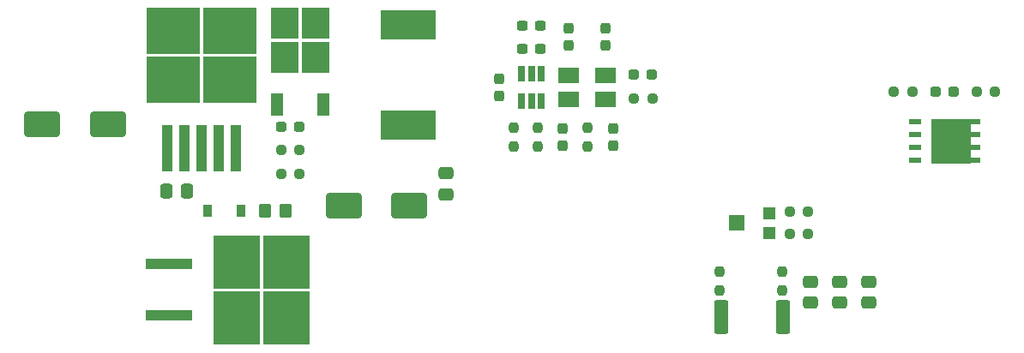
<source format=gbp>
G04 #@! TF.GenerationSoftware,KiCad,Pcbnew,(6.0.11)*
G04 #@! TF.CreationDate,2023-03-11T13:58:41+01:00*
G04 #@! TF.ProjectId,HeaterPSU_Digital,48656174-6572-4505-9355-5f4469676974,rev?*
G04 #@! TF.SameCoordinates,Original*
G04 #@! TF.FileFunction,Paste,Bot*
G04 #@! TF.FilePolarity,Positive*
%FSLAX46Y46*%
G04 Gerber Fmt 4.6, Leading zero omitted, Abs format (unit mm)*
G04 Created by KiCad (PCBNEW (6.0.11)) date 2023-03-11 13:58:41*
%MOMM*%
%LPD*%
G01*
G04 APERTURE LIST*
G04 Aperture macros list*
%AMRoundRect*
0 Rectangle with rounded corners*
0 $1 Rounding radius*
0 $2 $3 $4 $5 $6 $7 $8 $9 X,Y pos of 4 corners*
0 Add a 4 corners polygon primitive as box body*
4,1,4,$2,$3,$4,$5,$6,$7,$8,$9,$2,$3,0*
0 Add four circle primitives for the rounded corners*
1,1,$1+$1,$2,$3*
1,1,$1+$1,$4,$5*
1,1,$1+$1,$6,$7*
1,1,$1+$1,$8,$9*
0 Add four rect primitives between the rounded corners*
20,1,$1+$1,$2,$3,$4,$5,0*
20,1,$1+$1,$4,$5,$6,$7,0*
20,1,$1+$1,$6,$7,$8,$9,0*
20,1,$1+$1,$8,$9,$2,$3,0*%
G04 Aperture macros list end*
%ADD10R,2.000000X1.650000*%
%ADD11RoundRect,0.237500X-0.237500X0.250000X-0.237500X-0.250000X0.237500X-0.250000X0.237500X0.250000X0*%
%ADD12RoundRect,0.237500X-0.237500X0.300000X-0.237500X-0.300000X0.237500X-0.300000X0.237500X0.300000X0*%
%ADD13R,1.200000X0.600000*%
%ADD14R,4.000000X4.400000*%
%ADD15RoundRect,0.250000X1.500000X1.000000X-1.500000X1.000000X-1.500000X-1.000000X1.500000X-1.000000X0*%
%ADD16RoundRect,0.237500X0.250000X0.237500X-0.250000X0.237500X-0.250000X-0.237500X0.250000X-0.237500X0*%
%ADD17RoundRect,0.250000X0.350000X0.450000X-0.350000X0.450000X-0.350000X-0.450000X0.350000X-0.450000X0*%
%ADD18R,5.250000X4.550000*%
%ADD19R,1.100000X4.600000*%
%ADD20RoundRect,0.237500X-0.250000X-0.237500X0.250000X-0.237500X0.250000X0.237500X-0.250000X0.237500X0*%
%ADD21RoundRect,0.250000X0.475000X-0.337500X0.475000X0.337500X-0.475000X0.337500X-0.475000X-0.337500X0*%
%ADD22RoundRect,0.250000X-0.475000X0.337500X-0.475000X-0.337500X0.475000X-0.337500X0.475000X0.337500X0*%
%ADD23R,0.650000X1.560000*%
%ADD24RoundRect,0.237500X0.237500X-0.300000X0.237500X0.300000X-0.237500X0.300000X-0.237500X-0.300000X0*%
%ADD25R,4.550000X5.250000*%
%ADD26R,4.600000X1.100000*%
%ADD27R,0.900000X1.200000*%
%ADD28RoundRect,0.237500X0.237500X-0.250000X0.237500X0.250000X-0.237500X0.250000X-0.237500X-0.250000X0*%
%ADD29R,5.400000X2.900000*%
%ADD30RoundRect,0.250000X-0.337500X-0.475000X0.337500X-0.475000X0.337500X0.475000X-0.337500X0.475000X0*%
%ADD31R,1.200000X1.200000*%
%ADD32R,1.500000X1.600000*%
%ADD33R,2.750000X3.050000*%
%ADD34R,1.200000X2.200000*%
%ADD35RoundRect,0.237500X-0.300000X-0.237500X0.300000X-0.237500X0.300000X0.237500X-0.300000X0.237500X0*%
%ADD36RoundRect,0.249999X-0.450001X-1.425001X0.450001X-1.425001X0.450001X1.425001X-0.450001X1.425001X0*%
%ADD37RoundRect,0.237500X0.287500X0.237500X-0.287500X0.237500X-0.287500X-0.237500X0.287500X-0.237500X0*%
%ADD38RoundRect,0.237500X-0.287500X-0.237500X0.287500X-0.237500X0.287500X0.237500X-0.287500X0.237500X0*%
G04 APERTURE END LIST*
D10*
X114120000Y-52415000D03*
X114120000Y-54765000D03*
D11*
X131550000Y-71787500D03*
X131550000Y-73612500D03*
X125350000Y-71787500D03*
X125350000Y-73612500D03*
D12*
X103600000Y-52727500D03*
X103600000Y-54452500D03*
D13*
X144679000Y-58265000D03*
X144679000Y-60805000D03*
X144679000Y-59535000D03*
X144679000Y-56995000D03*
D14*
X148200000Y-58900000D03*
D13*
X150521000Y-58265000D03*
X150521000Y-59535000D03*
X150521000Y-56995000D03*
X150521000Y-60805000D03*
D10*
X110500000Y-54765000D03*
X110500000Y-52415000D03*
D15*
X94757500Y-65250000D03*
X88257500Y-65250000D03*
D16*
X144412500Y-54000000D03*
X142587500Y-54000000D03*
D17*
X82500000Y-65750000D03*
X80500000Y-65750000D03*
D18*
X77000000Y-52861472D03*
X71450000Y-52861472D03*
X77000000Y-48011472D03*
X71450000Y-48011472D03*
D19*
X77625000Y-59586472D03*
X75925000Y-59586472D03*
X74225000Y-59586472D03*
X72525000Y-59586472D03*
X70825000Y-59586472D03*
D12*
X110510000Y-47717500D03*
X110510000Y-49442500D03*
D20*
X82087500Y-62100000D03*
X83912500Y-62100000D03*
D21*
X140120000Y-74857500D03*
X140120000Y-72782500D03*
D12*
X114120000Y-47737500D03*
X114120000Y-49462500D03*
D22*
X98350000Y-62062500D03*
X98350000Y-64137500D03*
D23*
X105850000Y-52240000D03*
X106800000Y-52240000D03*
X107750000Y-52240000D03*
X107750000Y-54940000D03*
X106800000Y-54940000D03*
X105850000Y-54940000D03*
D24*
X114850000Y-59362500D03*
X114850000Y-57637500D03*
D25*
X82600000Y-70825000D03*
X77750000Y-70825000D03*
X82600000Y-76375000D03*
X77750000Y-76375000D03*
D26*
X71025000Y-76140000D03*
X71025000Y-71060000D03*
D27*
X74850000Y-65750000D03*
X78150000Y-65750000D03*
D28*
X107466666Y-59402500D03*
X107466666Y-57577500D03*
D20*
X82087500Y-59800000D03*
X83912500Y-59800000D03*
D21*
X137245000Y-74857500D03*
X137245000Y-72782500D03*
D16*
X134112500Y-65850000D03*
X132287500Y-65850000D03*
D29*
X94624264Y-47401472D03*
X94624264Y-57301472D03*
D30*
X70762500Y-63800000D03*
X72837500Y-63800000D03*
D31*
X130300000Y-66000000D03*
D32*
X127050000Y-67000000D03*
D31*
X130300000Y-68000000D03*
D33*
X85525000Y-50616472D03*
X85525000Y-47266472D03*
X82475000Y-47266472D03*
X82475000Y-50616472D03*
D34*
X86280000Y-55241472D03*
X81720000Y-55241472D03*
D35*
X105937500Y-49800000D03*
X107662500Y-49800000D03*
D16*
X118762500Y-54650000D03*
X116937500Y-54650000D03*
D36*
X125530000Y-76310000D03*
X131630000Y-76310000D03*
D11*
X112320000Y-57577500D03*
X112320000Y-59402500D03*
X105040000Y-57577500D03*
X105040000Y-59402500D03*
D16*
X134112500Y-68100000D03*
X132287500Y-68100000D03*
D37*
X148475000Y-54000000D03*
X146725000Y-54000000D03*
D12*
X109893332Y-57627500D03*
X109893332Y-59352500D03*
D35*
X105937500Y-47450000D03*
X107662500Y-47450000D03*
D38*
X82125000Y-57450000D03*
X83875000Y-57450000D03*
D20*
X150737500Y-54000000D03*
X152562500Y-54000000D03*
D37*
X118702500Y-52350000D03*
X116952500Y-52350000D03*
D15*
X65000000Y-57250000D03*
X58500000Y-57250000D03*
D21*
X134370000Y-74857500D03*
X134370000Y-72782500D03*
M02*

</source>
